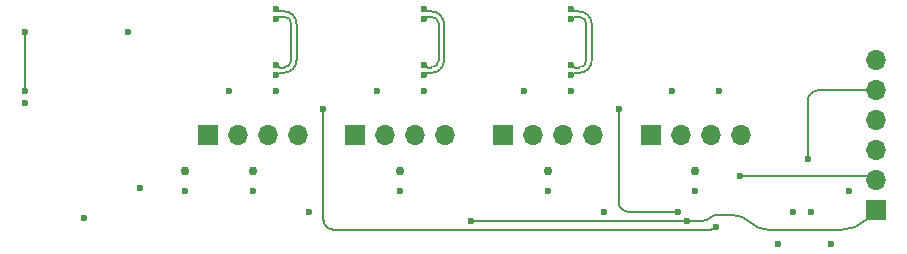
<source format=gbr>
%TF.GenerationSoftware,KiCad,Pcbnew,7.0.11-7.0.11~ubuntu22.04.1*%
%TF.CreationDate,2024-11-05T13:46:25+02:00*%
%TF.ProjectId,USB_Magic_Hub,5553425f-4d61-4676-9963-5f4875622e6b,rev?*%
%TF.SameCoordinates,PXc65d40PYc65d40*%
%TF.FileFunction,Copper,L4,Bot*%
%TF.FilePolarity,Positive*%
%FSLAX46Y46*%
G04 Gerber Fmt 4.6, Leading zero omitted, Abs format (unit mm)*
G04 Created by KiCad (PCBNEW 7.0.11-7.0.11~ubuntu22.04.1) date 2024-11-05 13:46:25*
%MOMM*%
%LPD*%
G01*
G04 APERTURE LIST*
%TA.AperFunction,ComponentPad*%
%ADD10R,1.700000X1.700000*%
%TD*%
%TA.AperFunction,ComponentPad*%
%ADD11O,1.700000X1.700000*%
%TD*%
%TA.AperFunction,ViaPad*%
%ADD12C,0.600000*%
%TD*%
%TA.AperFunction,ViaPad*%
%ADD13C,0.750000*%
%TD*%
%TA.AperFunction,Conductor*%
%ADD14C,0.200000*%
%TD*%
G04 APERTURE END LIST*
D10*
%TO.P,J1,1,Pin_1*%
%TO.N,/VBUS1*%
X54950000Y-11750000D03*
D11*
%TO.P,J1,2,Pin_2*%
%TO.N,/D1-*%
X57490000Y-11750000D03*
%TO.P,J1,3,Pin_3*%
%TO.N,/D1+*%
X60030000Y-11750000D03*
%TO.P,J1,4,Pin_4*%
%TO.N,/GND*%
X62570000Y-11750000D03*
%TD*%
D10*
%TO.P,J2,1,Pin_1*%
%TO.N,/VBUS2*%
X42450000Y-11750000D03*
D11*
%TO.P,J2,2,Pin_2*%
%TO.N,/D2-*%
X44990000Y-11750000D03*
%TO.P,J2,3,Pin_3*%
%TO.N,/D2+*%
X47530000Y-11750000D03*
%TO.P,J2,4,Pin_4*%
%TO.N,/GND*%
X50070000Y-11750000D03*
%TD*%
D10*
%TO.P,J3,1,Pin_1*%
%TO.N,/VBUS3*%
X29950000Y-11750000D03*
D11*
%TO.P,J3,2,Pin_2*%
%TO.N,/D3-*%
X32490000Y-11750000D03*
%TO.P,J3,3,Pin_3*%
%TO.N,/D3+*%
X35030000Y-11750000D03*
%TO.P,J3,4,Pin_4*%
%TO.N,/GND*%
X37570000Y-11750000D03*
%TD*%
D10*
%TO.P,J4,1,Pin_1*%
%TO.N,/SEL3*%
X74000000Y-18100000D03*
D11*
%TO.P,J4,2,Pin_2*%
%TO.N,/SEL4*%
X74000000Y-15560000D03*
%TO.P,J4,3,Pin_3*%
%TO.N,/~{RESET}*%
X74000000Y-13020000D03*
%TO.P,J4,4,Pin_4*%
%TO.N,/GND*%
X74000000Y-10480000D03*
%TO.P,J4,5,Pin_5*%
%TO.N,/SEL2*%
X74000000Y-7940000D03*
%TO.P,J4,6,Pin_6*%
%TO.N,/VCC_MCU*%
X74000000Y-5400000D03*
%TD*%
D10*
%TO.P,J5,1,Pin_1*%
%TO.N,/VBUS4*%
X17450000Y-11750000D03*
D11*
%TO.P,J5,2,Pin_2*%
%TO.N,/D4-*%
X19990000Y-11750000D03*
%TO.P,J5,3,Pin_3*%
%TO.N,/D4+*%
X22530000Y-11750000D03*
%TO.P,J5,4,Pin_4*%
%TO.N,/GND*%
X25070000Y-11750000D03*
%TD*%
D12*
%TO.N,/GND*%
X67000000Y-18250000D03*
X2000000Y-9000000D03*
X7000000Y-18750000D03*
X19250000Y-8000000D03*
X68500000Y-18250000D03*
X65750000Y-21000000D03*
X10750000Y-3000000D03*
X56750000Y-8000000D03*
X44250000Y-8000000D03*
X11750000Y-16250000D03*
X31750000Y-8000000D03*
%TO.N,/VCC_MCU*%
X48250000Y-8000000D03*
X70250000Y-21000000D03*
X35750000Y-8000000D03*
X51000000Y-18250000D03*
X23250000Y-8000000D03*
X60750000Y-8000000D03*
X26000000Y-18250000D03*
%TO.N,/SEL2*%
X57250000Y-18250000D03*
X52250000Y-9500000D03*
X68250000Y-13750000D03*
%TO.N,/SEL3*%
X39750000Y-19000000D03*
X58000000Y-19000000D03*
%TO.N,/~{PWR_ENABLE}*%
X71750000Y-16500000D03*
X46250000Y-16500000D03*
X33750000Y-16500000D03*
X15500000Y-16500000D03*
X21250000Y-16500000D03*
X58750000Y-16500000D03*
D13*
%TO.N,Net-(Q1-S)*%
X33750000Y-14750000D03*
X46250000Y-14750000D03*
X21250000Y-14750000D03*
X58750000Y-14750000D03*
X15500000Y-14750000D03*
D12*
%TO.N,Net-(U1-~{XRSTJ})*%
X2000000Y-8000000D03*
X2000000Y-3000000D03*
%TO.N,/SEL4*%
X27250000Y-9500000D03*
X62500000Y-15250000D03*
X60500000Y-19500000D03*
%TO.N,/UFP-*%
X23250000Y-5825000D03*
X35750000Y-5825000D03*
X48250000Y-5825000D03*
X23250000Y-1925000D03*
X48250000Y-1925000D03*
X35750000Y-1925000D03*
%TO.N,/UFP+*%
X48250000Y-6675000D03*
X23250000Y-1075000D03*
X35750000Y-6675000D03*
X48250000Y-1075000D03*
X35750000Y-1075000D03*
X23250000Y-6675000D03*
%TD*%
D14*
%TO.N,/UFP+*%
X36396599Y-6474995D02*
G75*
G03*
X37158992Y-6159206I1J1078195D01*
G01*
X48896599Y-6474995D02*
G75*
G03*
X49658992Y-6159206I1J1078195D01*
G01*
X24975018Y-2302457D02*
G75*
G03*
X24674064Y-1575934I-1027518J-43D01*
G01*
X37158995Y-1590789D02*
G75*
G03*
X36396599Y-1274999I-762395J-762411D01*
G01*
X49658995Y-1590789D02*
G75*
G03*
X48896599Y-1274999I-762395J-762411D01*
G01*
X23591419Y-6475009D02*
G75*
G03*
X23350000Y-6575001I-19J-341391D01*
G01*
X37474979Y-2353550D02*
G75*
G03*
X37159099Y-1590899I-1078479J50D01*
G01*
X49974979Y-2353550D02*
G75*
G03*
X49659099Y-1590899I-1078479J50D01*
G01*
X23349993Y-1175005D02*
G75*
G03*
X23591419Y-1274999I241407J241405D01*
G01*
X36091419Y-6475009D02*
G75*
G03*
X35850000Y-6575001I-19J-341391D01*
G01*
X48591419Y-6475009D02*
G75*
G03*
X48350000Y-6575001I-19J-341391D01*
G01*
X35849993Y-1175005D02*
G75*
G03*
X36091419Y-1274999I241407J241405D01*
G01*
X48349993Y-1175005D02*
G75*
G03*
X48591419Y-1274999I241407J241405D01*
G01*
X24659085Y-6159086D02*
G75*
G03*
X24975000Y-5396449I-762685J762686D01*
G01*
X24674052Y-1575946D02*
G75*
G03*
X23947541Y-1274999I-726552J-726554D01*
G01*
X23896599Y-6474995D02*
G75*
G03*
X24658991Y-6159206I1J1078195D01*
G01*
X37159085Y-6159086D02*
G75*
G03*
X37475000Y-5396449I-762685J762686D01*
G01*
X49659085Y-6159086D02*
G75*
G03*
X49975000Y-5396449I-762685J762686D01*
G01*
%TO.N,/UFP-*%
X36091419Y-1725009D02*
G75*
G03*
X35850000Y-1825001I-19J-341391D01*
G01*
X49340888Y-5840887D02*
G75*
G03*
X49525000Y-5396443I-444488J444487D01*
G01*
X23896444Y-6025017D02*
G75*
G03*
X24340900Y-5840899I-44J628617D01*
G01*
X48591419Y-1725009D02*
G75*
G03*
X48350000Y-1825001I-19J-341391D01*
G01*
X36396444Y-6025017D02*
G75*
G03*
X36840900Y-5840899I-44J628617D01*
G01*
X48896444Y-6025017D02*
G75*
G03*
X49340900Y-5840899I-44J628617D01*
G01*
X24525015Y-2302462D02*
G75*
G03*
X24355865Y-1894135I-577515J-38D01*
G01*
X23349993Y-5925005D02*
G75*
G03*
X23591419Y-6024999I241407J241405D01*
G01*
X24355853Y-1894147D02*
G75*
G03*
X23947538Y-1725001I-408353J-408353D01*
G01*
X35849993Y-5925005D02*
G75*
G03*
X36091419Y-6024999I241407J241405D01*
G01*
X48349993Y-5925005D02*
G75*
G03*
X48591419Y-6024999I241407J241405D01*
G01*
X37025017Y-2353556D02*
G75*
G03*
X36840899Y-1909101I-628617J-44D01*
G01*
X36840866Y-1909134D02*
G75*
G03*
X36396444Y-1725001I-444466J-444366D01*
G01*
X49340866Y-1909134D02*
G75*
G03*
X48896444Y-1725001I-444466J-444366D01*
G01*
X49525017Y-2353556D02*
G75*
G03*
X49340899Y-1909101I-628617J-44D01*
G01*
X24340888Y-5840887D02*
G75*
G03*
X24525000Y-5396443I-444488J444487D01*
G01*
X23591419Y-1725009D02*
G75*
G03*
X23350000Y-1825001I-19J-341391D01*
G01*
X36840888Y-5840887D02*
G75*
G03*
X37025000Y-5396443I-444488J444487D01*
G01*
%TO.N,/SEL4*%
X73845001Y-15404999D02*
G75*
G03*
X73470796Y-15250000I-374201J-374201D01*
G01*
X60073223Y-19750009D02*
G75*
G03*
X60375000Y-19625000I-23J426809D01*
G01*
X27250023Y-18896446D02*
G75*
G03*
X27500001Y-19499999I853477J-54D01*
G01*
X27500014Y-19499986D02*
G75*
G03*
X28103553Y-19750000I603586J603586D01*
G01*
%TO.N,/SEL3*%
X63374995Y-19125005D02*
G75*
G03*
X61866116Y-18500000I-1508895J-1508895D01*
G01*
X71183273Y-19749989D02*
G75*
G03*
X73175000Y-18925000I27J2816689D01*
G01*
X63375005Y-19124995D02*
G75*
G03*
X64883883Y-19750000I1508895J1508895D01*
G01*
X60603553Y-18500023D02*
G75*
G03*
X60000001Y-18750001I-53J-853477D01*
G01*
X59396446Y-19000019D02*
G75*
G03*
X60000000Y-18750000I-46J853619D01*
G01*
%TO.N,/SEL2*%
X68530006Y-8220006D02*
G75*
G03*
X68250000Y-8895979I675994J-675994D01*
G01*
X69205979Y-7939992D02*
G75*
G03*
X68530000Y-8220000I21J-956008D01*
G01*
X52500014Y-17999986D02*
G75*
G03*
X53103553Y-18250000I603586J603586D01*
G01*
X52250023Y-17396446D02*
G75*
G03*
X52500001Y-17999999I853477J-54D01*
G01*
X52250000Y-9500000D02*
X52250000Y-17396446D01*
X69205979Y-7940000D02*
X74000000Y-7940000D01*
X68250000Y-13750000D02*
X68250000Y-8895979D01*
X57250000Y-18250000D02*
X53103553Y-18250000D01*
%TO.N,/SEL3*%
X61866116Y-18500000D02*
X60603553Y-18500000D01*
X73175000Y-18925000D02*
X74000000Y-18100000D01*
X71183273Y-19750000D02*
X64883883Y-19750000D01*
X39750000Y-19000000D02*
X58000000Y-19000000D01*
X58000000Y-19000000D02*
X59396446Y-19000000D01*
%TO.N,Net-(U1-~{XRSTJ})*%
X2000000Y-3000000D02*
X2000000Y-8000000D01*
%TO.N,/SEL4*%
X73845000Y-15405000D02*
X74000000Y-15560000D01*
X27250000Y-9500000D02*
X27250000Y-18896446D01*
X60500000Y-19500000D02*
X60375000Y-19625000D01*
X73470796Y-15250000D02*
X62500000Y-15250000D01*
X60073223Y-19750000D02*
X28103553Y-19750000D01*
%TO.N,/UFP-*%
X48349999Y-1825000D02*
X48250000Y-1925000D01*
X24525000Y-2302462D02*
X24525000Y-5396443D01*
X23896444Y-6024999D02*
X23591419Y-6024999D01*
X23947538Y-1725001D02*
X23591419Y-1725001D01*
X35849999Y-1825000D02*
X35750000Y-1925000D01*
X23250000Y-1925000D02*
X23349999Y-1825000D01*
X36396444Y-6024999D02*
X36091419Y-6024999D01*
X36091419Y-1725001D02*
X36396444Y-1725001D01*
X23349999Y-5924999D02*
X23250000Y-5825000D01*
X37025000Y-2353556D02*
X37025000Y-5396443D01*
X48896444Y-6024999D02*
X48591419Y-6024999D01*
X48591419Y-1725001D02*
X48896444Y-1725001D01*
X48250000Y-5825000D02*
X48349999Y-5924999D01*
X49525000Y-5396443D02*
X49525000Y-2353556D01*
X35750000Y-5825000D02*
X35849999Y-5924999D01*
%TO.N,/UFP+*%
X37158992Y-6159206D02*
X37159099Y-6159100D01*
X37475000Y-2353550D02*
X37475000Y-5396449D01*
X23591419Y-1274999D02*
X23947541Y-1274999D01*
X37158992Y-1590792D02*
X37159099Y-1590899D01*
X23591419Y-6475001D02*
X23896599Y-6475001D01*
X49658992Y-1590792D02*
X49659099Y-1590899D01*
X35750000Y-6675000D02*
X35849999Y-6575000D01*
X24659099Y-6159100D02*
X24658992Y-6159207D01*
X49975000Y-2353550D02*
X49975000Y-5396449D01*
X36396599Y-1274999D02*
X36091419Y-1274999D01*
X49658992Y-6159206D02*
X49659099Y-6159100D01*
X48896599Y-1274999D02*
X48591419Y-1274999D01*
X23250000Y-6675000D02*
X23349999Y-6575000D01*
X35750000Y-1075000D02*
X35849999Y-1174999D01*
X48250000Y-1075000D02*
X48349999Y-1174999D01*
X36396599Y-6475001D02*
X36091419Y-6475001D01*
X23250000Y-1075000D02*
X23349999Y-1174999D01*
X48250000Y-6675000D02*
X48349999Y-6575000D01*
X24975000Y-2302457D02*
X24975000Y-5396449D01*
X48896599Y-6475001D02*
X48591419Y-6475001D01*
%TD*%
M02*

</source>
